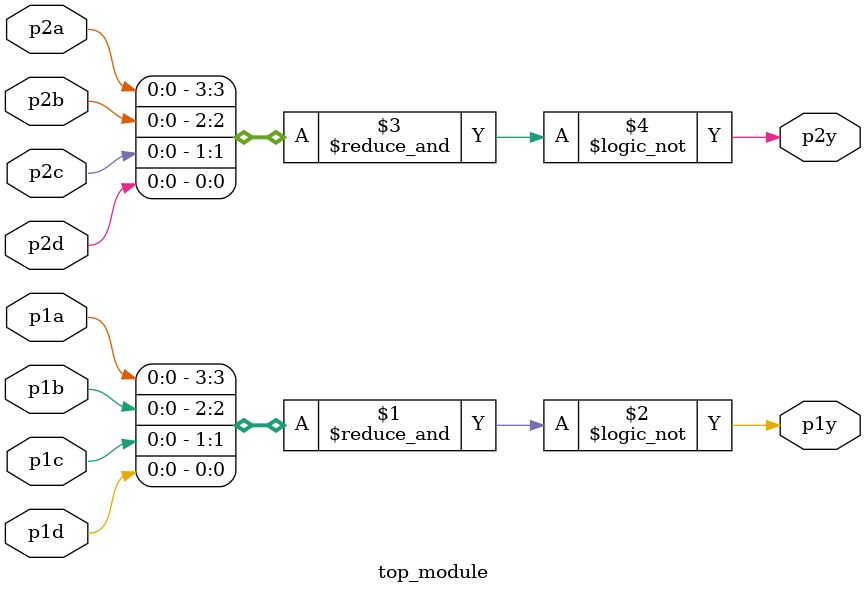
<source format=v>
module top_module ( 
    input p1a, p1b, p1c, p1d,
    output p1y,
    input p2a, p2b, p2c, p2d,
    output p2y 
);

    // Creating the 7420 chip, which is a chip with two 4-input NAND gates
    assign p1y = ~&{p1a, p1b, p1c, p1d};
    assign p2y = ~&{p2a, p2b, p2c, p2d};
endmodule

</source>
